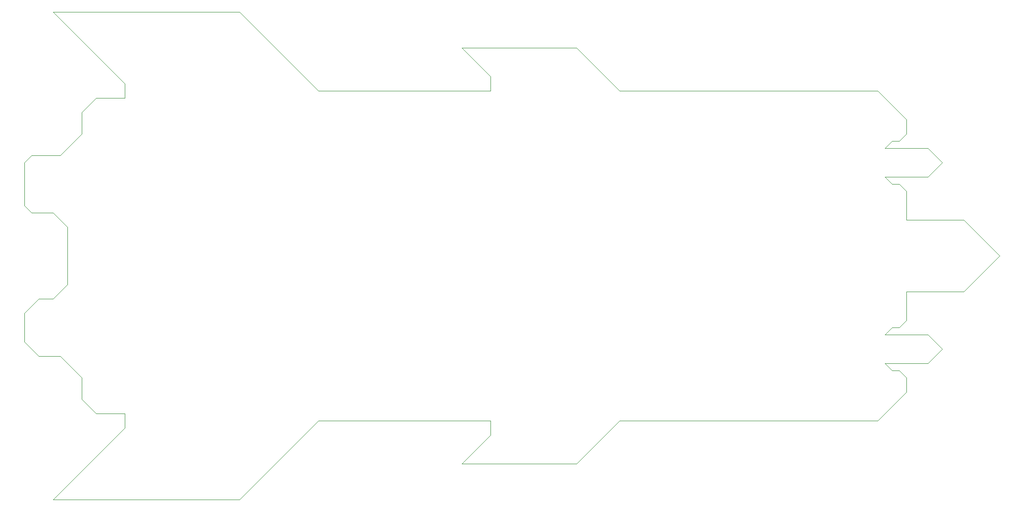
<source format=gko>
G04*
G04 #@! TF.GenerationSoftware,Altium Limited,Altium Designer,23.4.1 (23)*
G04*
G04 Layer_Color=16720538*
%FSLAX25Y25*%
%MOIN*%
G70*
G04*
G04 #@! TF.SameCoordinates,ACA3CFB4-5D02-48E1-8893-3A58BFC83F0D*
G04*
G04*
G04 #@! TF.FilePolarity,Positive*
G04*
G01*
G75*
%ADD62C,0.00100*%
D62*
X-90000Y-60000D02*
Y-40000D01*
X-80000Y-30000D01*
X-70000D01*
X-60000Y-20000D01*
Y20000D01*
X-70000Y30000D02*
X-60000Y20000D01*
X-85000Y30000D02*
X-70000D01*
X-90000Y35000D02*
X-85000Y30000D01*
X-90000Y35000D02*
Y65000D01*
X-85000Y70000D01*
X-65000D01*
X-50000Y85000D01*
Y100000D01*
X-40000Y110000D01*
X-20000D01*
Y120000D01*
X-70000Y170000D02*
X-20000Y120000D01*
X-70000Y170000D02*
X60000D01*
X115000Y115000D01*
X235000Y115000D01*
Y125000D01*
X215000Y145000D02*
X235000Y125000D01*
X215000Y145000D02*
X295000D01*
X325000Y115000D01*
X505000D01*
X525000Y95000D01*
Y85000D02*
Y95000D01*
X520000Y80000D02*
X525000Y85000D01*
X515000Y80000D02*
X520000D01*
X510000Y75000D02*
X515000Y80000D01*
X510000Y75000D02*
X540000D01*
X550000Y65000D01*
X540000Y55000D02*
X550000Y65000D01*
X510000Y55000D02*
X540000D01*
X510000D02*
X515000Y50000D01*
X520000D01*
X525000Y45000D01*
Y25000D02*
Y45000D01*
Y25000D02*
X565000D01*
X590000Y0D01*
X565000Y-25000D02*
X590000Y0D01*
X525000Y-25000D02*
X565000D01*
X525000Y-45000D02*
Y-25000D01*
X520000Y-50000D02*
X525000Y-45000D01*
X515000Y-50000D02*
X520000D01*
X510000Y-55000D02*
X515000Y-50000D01*
X510000Y-55000D02*
X540000D01*
X550000Y-65000D01*
X540000Y-75000D02*
X550000Y-65000D01*
X510000Y-75000D02*
X540000D01*
X510000D02*
X515000Y-80000D01*
X520000D01*
X525000Y-85000D01*
Y-95000D02*
Y-85000D01*
X505000Y-115000D02*
X525000Y-95000D01*
X325000Y-115000D02*
X505000D01*
X295000Y-145000D02*
X325000Y-115000D01*
X215000Y-145000D02*
X295000D01*
X215000D02*
X235000Y-125000D01*
Y-115000D01*
X115000D02*
X235000D01*
X60000Y-170000D02*
X115000Y-115000D01*
X-70000Y-170000D02*
X60000D01*
X-70000D02*
X-20000Y-120000D01*
Y-110000D01*
X-40000D02*
X-20000D01*
X-50000Y-100000D02*
X-40000Y-110000D01*
X-50000Y-100000D02*
Y-85000D01*
X-65000Y-70000D02*
X-50000Y-85000D01*
X-80000Y-70000D02*
X-65000D01*
X-90000Y-60000D02*
X-80000Y-70000D01*
M02*

</source>
